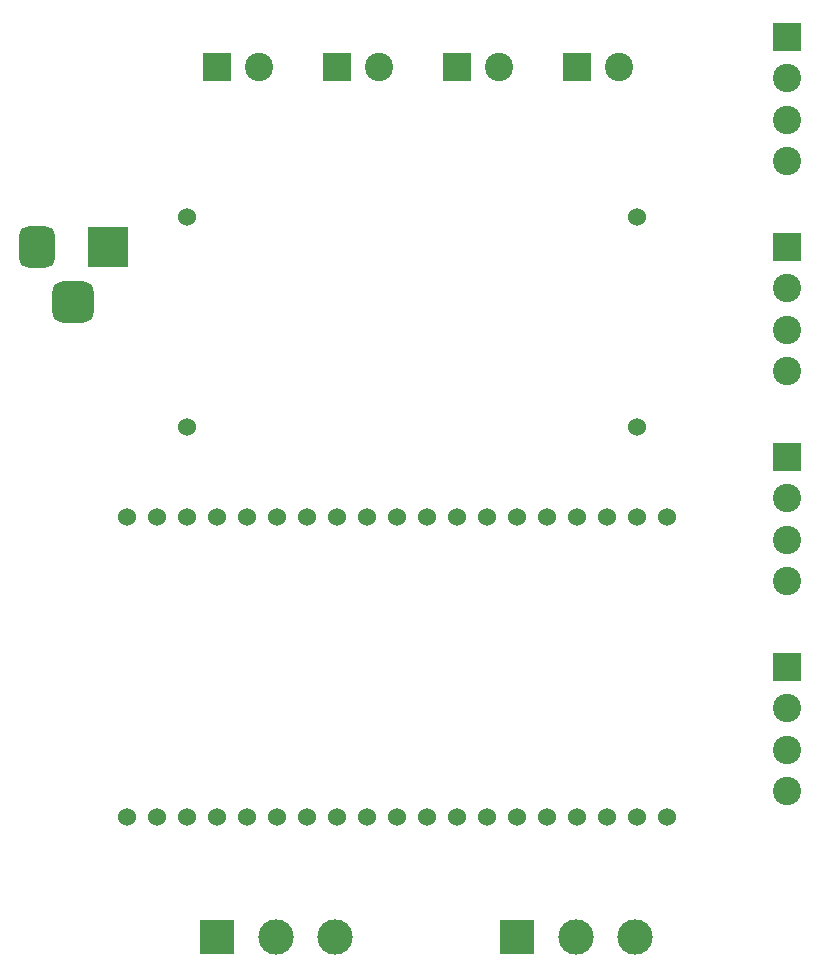
<source format=gbr>
%TF.GenerationSoftware,KiCad,Pcbnew,7.0.5*%
%TF.CreationDate,2023-07-19T13:34:52+12:00*%
%TF.ProjectId,manipulator_PCB,6d616e69-7075-46c6-9174-6f725f504342,rev?*%
%TF.SameCoordinates,Original*%
%TF.FileFunction,Copper,L1,Top*%
%TF.FilePolarity,Positive*%
%FSLAX46Y46*%
G04 Gerber Fmt 4.6, Leading zero omitted, Abs format (unit mm)*
G04 Created by KiCad (PCBNEW 7.0.5) date 2023-07-19 13:34:52*
%MOMM*%
%LPD*%
G01*
G04 APERTURE LIST*
G04 Aperture macros list*
%AMRoundRect*
0 Rectangle with rounded corners*
0 $1 Rounding radius*
0 $2 $3 $4 $5 $6 $7 $8 $9 X,Y pos of 4 corners*
0 Add a 4 corners polygon primitive as box body*
4,1,4,$2,$3,$4,$5,$6,$7,$8,$9,$2,$3,0*
0 Add four circle primitives for the rounded corners*
1,1,$1+$1,$2,$3*
1,1,$1+$1,$4,$5*
1,1,$1+$1,$6,$7*
1,1,$1+$1,$8,$9*
0 Add four rect primitives between the rounded corners*
20,1,$1+$1,$2,$3,$4,$5,0*
20,1,$1+$1,$4,$5,$6,$7,0*
20,1,$1+$1,$6,$7,$8,$9,0*
20,1,$1+$1,$8,$9,$2,$3,0*%
G04 Aperture macros list end*
%TA.AperFunction,ComponentPad*%
%ADD10C,2.400000*%
%TD*%
%TA.AperFunction,ComponentPad*%
%ADD11R,2.400000X2.400000*%
%TD*%
%TA.AperFunction,ComponentPad*%
%ADD12C,3.000000*%
%TD*%
%TA.AperFunction,ComponentPad*%
%ADD13R,3.000000X3.000000*%
%TD*%
%TA.AperFunction,ComponentPad*%
%ADD14RoundRect,0.875000X-0.875000X-0.875000X0.875000X-0.875000X0.875000X0.875000X-0.875000X0.875000X0*%
%TD*%
%TA.AperFunction,ComponentPad*%
%ADD15RoundRect,0.750000X-0.750000X-1.000000X0.750000X-1.000000X0.750000X1.000000X-0.750000X1.000000X0*%
%TD*%
%TA.AperFunction,ComponentPad*%
%ADD16R,3.500000X3.500000*%
%TD*%
%TA.AperFunction,ComponentPad*%
%ADD17C,1.524000*%
%TD*%
G04 APERTURE END LIST*
D10*
%TO.P,J9,2,Pin_2*%
%TO.N,lim2*%
X135580000Y-72390000D03*
D11*
%TO.P,J9,1,Pin_1*%
%TO.N,+3V3*%
X132080000Y-72390000D03*
%TD*%
D10*
%TO.P,J8,2,Pin_2*%
%TO.N,lim1*%
X125420000Y-72390000D03*
D11*
%TO.P,J8,1,Pin_1*%
%TO.N,+3V3*%
X121920000Y-72390000D03*
%TD*%
D10*
%TO.P,J5,2,Pin_2*%
%TO.N,+12V*%
X145740000Y-72390000D03*
D11*
%TO.P,J5,1,Pin_1*%
%TO.N,GND*%
X142240000Y-72390000D03*
%TD*%
D10*
%TO.P,J4,4,Pin_4*%
%TO.N,STEP2*%
X170180000Y-115910000D03*
%TO.P,J4,3,Pin_3*%
%TO.N,GND*%
X170180000Y-112410000D03*
%TO.P,J4,2,Pin_2*%
%TO.N,DIR2*%
X170180000Y-108910000D03*
D11*
%TO.P,J4,1,Pin_1*%
%TO.N,GND*%
X170180000Y-105410000D03*
%TD*%
D10*
%TO.P,J7,4,Pin_4*%
%TO.N,SCL2*%
X170180000Y-98130000D03*
%TO.P,J7,3,Pin_3*%
%TO.N,SDA2*%
X170180000Y-94630000D03*
%TO.P,J7,2,Pin_2*%
%TO.N,GND*%
X170180000Y-91130000D03*
D11*
%TO.P,J7,1,Pin_1*%
%TO.N,+5V*%
X170180000Y-87630000D03*
%TD*%
D12*
%TO.P,RV1,3,3*%
%TO.N,GND*%
X131920000Y-146050000D03*
%TO.P,RV1,2,2*%
%TO.N,Net-(U2-32)*%
X126920000Y-146050000D03*
D13*
%TO.P,RV1,1,1*%
%TO.N,+3V3*%
X121920000Y-146050000D03*
%TD*%
D10*
%TO.P,J6,4,Pin_4*%
%TO.N,SCL1*%
X170180000Y-80350000D03*
%TO.P,J6,3,Pin_3*%
%TO.N,SDA1*%
X170180000Y-76850000D03*
%TO.P,J6,2,Pin_2*%
%TO.N,GND*%
X170180000Y-73350000D03*
D11*
%TO.P,J6,1,Pin_1*%
%TO.N,+5V*%
X170180000Y-69850000D03*
%TD*%
D10*
%TO.P,J2,4,Pin_4*%
%TO.N,STEP1*%
X170180000Y-133690000D03*
%TO.P,J2,3,Pin_3*%
%TO.N,GND*%
X170180000Y-130190000D03*
%TO.P,J2,2,Pin_2*%
%TO.N,DIR1*%
X170180000Y-126690000D03*
D11*
%TO.P,J2,1,Pin_1*%
%TO.N,GND*%
X170180000Y-123190000D03*
%TD*%
D14*
%TO.P,J1,3*%
%TO.N,GND*%
X109680000Y-92330000D03*
D15*
%TO.P,J1,2*%
X106680000Y-87630000D03*
D16*
%TO.P,J1,1*%
%TO.N,+12V*%
X112680000Y-87630000D03*
%TD*%
D12*
%TO.P,RV2,3,3*%
%TO.N,GND*%
X157320000Y-146050000D03*
%TO.P,RV2,2,2*%
%TO.N,Net-(U2-33)*%
X152320000Y-146050000D03*
D13*
%TO.P,RV2,1,1*%
%TO.N,+3V3*%
X147320000Y-146050000D03*
%TD*%
D17*
%TO.P,U1,4,VOUT+*%
%TO.N,+5V*%
X157480000Y-85090000D03*
%TO.P,U1,3,VOUT-*%
%TO.N,GND*%
X157480000Y-102870000D03*
%TO.P,U1,2,VIN-*%
X119380000Y-102870000D03*
%TO.P,U1,1,VIN+*%
%TO.N,+12V*%
X119380000Y-85090000D03*
%TD*%
%TO.P,U2,38,GND*%
%TO.N,GND*%
X114300000Y-110490000D03*
%TO.P,U2,37,23*%
%TO.N,SDA1*%
X116840000Y-110490000D03*
%TO.P,U2,36,22*%
%TO.N,SCL1*%
X119380000Y-110490000D03*
%TO.P,U2,35,RX*%
%TO.N,unconnected-(U2-RX-Pad35)*%
X121920000Y-110490000D03*
%TO.P,U2,34,RX*%
%TO.N,unconnected-(U2-RX-Pad34)*%
X124460000Y-110490000D03*
%TO.P,U2,33,21*%
%TO.N,unconnected-(U2-21-Pad33)*%
X127000000Y-110490000D03*
%TO.P,U2,32,GND*%
%TO.N,GND*%
X129540000Y-110490000D03*
%TO.P,U2,31,19*%
%TO.N,SDA2*%
X132080000Y-110490000D03*
%TO.P,U2,30,18*%
%TO.N,SCL2*%
X134620000Y-110490000D03*
%TO.P,U2,29,5*%
%TO.N,unconnected-(U2-5-Pad29)*%
X137160000Y-110490000D03*
%TO.P,U2,28,17*%
%TO.N,S2*%
X139700000Y-110490000D03*
%TO.P,U2,27,16*%
%TO.N,S1*%
X142240000Y-110490000D03*
%TO.P,U2,26,4*%
%TO.N,unconnected-(U2-4-Pad26)*%
X144780000Y-110490000D03*
%TO.P,U2,25,0*%
%TO.N,unconnected-(U2-0-Pad25)*%
X147320000Y-110490000D03*
%TO.P,U2,24,2*%
%TO.N,unconnected-(U2-2-Pad24)*%
X149860000Y-110490000D03*
%TO.P,U2,23,15*%
%TO.N,unconnected-(U2-15-Pad23)*%
X152400000Y-110490000D03*
%TO.P,U2,22,D1*%
%TO.N,unconnected-(U2-D1-Pad22)*%
X154940000Y-110490000D03*
%TO.P,U2,21,D0*%
%TO.N,unconnected-(U2-D0-Pad21)*%
X157480000Y-110490000D03*
%TO.P,U2,20,CLK*%
%TO.N,unconnected-(U2-CLK-Pad20)*%
X160020000Y-110490000D03*
%TO.P,U2,19,5V0*%
%TO.N,+5V*%
X160020000Y-135890000D03*
%TO.P,U2,18,CMD*%
%TO.N,unconnected-(U2-CMD-Pad18)*%
X157480000Y-135890000D03*
%TO.P,U2,17,D3*%
%TO.N,unconnected-(U2-D3-Pad17)*%
X154940000Y-135890000D03*
%TO.P,U2,16,D2*%
%TO.N,unconnected-(U2-D2-Pad16)*%
X152400000Y-135890000D03*
%TO.P,U2,15,13*%
%TO.N,unconnected-(U2-13-Pad15)*%
X149860000Y-135890000D03*
%TO.P,U2,14,GND*%
%TO.N,GND*%
X147320000Y-135890000D03*
%TO.P,U2,13,12*%
%TO.N,unconnected-(U2-12-Pad13)*%
X144780000Y-135890000D03*
%TO.P,U2,12,14*%
%TO.N,STEP1*%
X142240000Y-135890000D03*
%TO.P,U2,11,27*%
%TO.N,DIR1*%
X139700000Y-135890000D03*
%TO.P,U2,10,26*%
%TO.N,STEP2*%
X137160000Y-135890000D03*
%TO.P,U2,9,25*%
%TO.N,DIR2*%
X134620000Y-135890000D03*
%TO.P,U2,8,33*%
%TO.N,Net-(U2-33)*%
X132080000Y-135890000D03*
%TO.P,U2,7,32*%
%TO.N,Net-(U2-32)*%
X129540000Y-135890000D03*
%TO.P,U2,6,35*%
%TO.N,lim2*%
X127000000Y-135890000D03*
%TO.P,U2,5,34*%
%TO.N,lim1*%
X124460000Y-135890000D03*
%TO.P,U2,4,VN*%
%TO.N,unconnected-(U2-VN-Pad4)*%
X121920000Y-135890000D03*
%TO.P,U2,3,VP*%
%TO.N,unconnected-(U2-VP-Pad3)*%
X119380000Y-135890000D03*
%TO.P,U2,2,EN*%
%TO.N,unconnected-(U2-EN-Pad2)*%
X116840000Y-135890000D03*
%TO.P,U2,1,3V3*%
%TO.N,+3V3*%
X114300000Y-135890000D03*
%TD*%
D10*
%TO.P,J3,2,Pin_2*%
%TO.N,+12V*%
X155900000Y-72390000D03*
D11*
%TO.P,J3,1,Pin_1*%
%TO.N,GND*%
X152400000Y-72390000D03*
%TD*%
M02*

</source>
